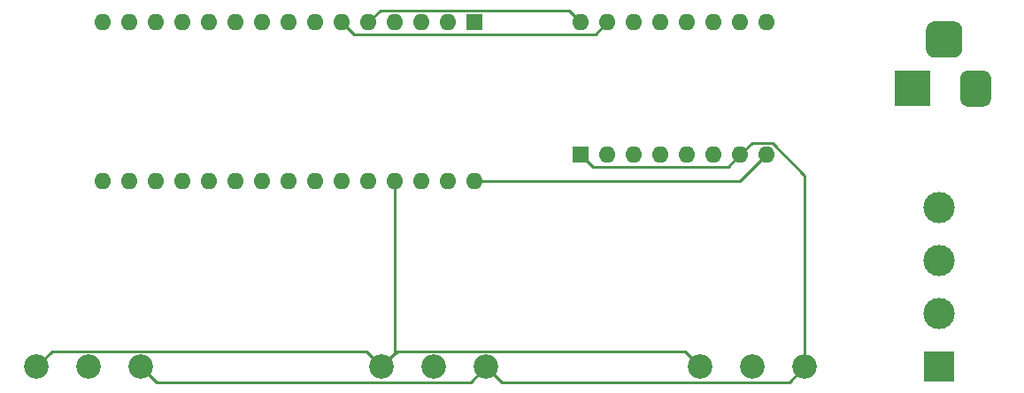
<source format=gbr>
%TF.GenerationSoftware,KiCad,Pcbnew,5.1.10-88a1d61d58~90~ubuntu20.04.1*%
%TF.CreationDate,2021-10-01T23:23:12+02:00*%
%TF.ProjectId,pcb_kicad,7063625f-6b69-4636-9164-2e6b69636164,rev?*%
%TF.SameCoordinates,Original*%
%TF.FileFunction,Copper,L2,Bot*%
%TF.FilePolarity,Positive*%
%FSLAX46Y46*%
G04 Gerber Fmt 4.6, Leading zero omitted, Abs format (unit mm)*
G04 Created by KiCad (PCBNEW 5.1.10-88a1d61d58~90~ubuntu20.04.1) date 2021-10-01 23:23:12*
%MOMM*%
%LPD*%
G01*
G04 APERTURE LIST*
%TA.AperFunction,ComponentPad*%
%ADD10C,2.340000*%
%TD*%
%TA.AperFunction,ComponentPad*%
%ADD11C,3.000000*%
%TD*%
%TA.AperFunction,ComponentPad*%
%ADD12R,3.000000X3.000000*%
%TD*%
%TA.AperFunction,ComponentPad*%
%ADD13O,1.600000X1.600000*%
%TD*%
%TA.AperFunction,ComponentPad*%
%ADD14R,1.600000X1.600000*%
%TD*%
%TA.AperFunction,ComponentPad*%
%ADD15R,3.500000X3.500000*%
%TD*%
%TA.AperFunction,Conductor*%
%ADD16C,0.250000*%
%TD*%
G04 APERTURE END LIST*
D10*
%TO.P,RV1,1*%
%TO.N,+5V*%
X72390000Y-97790000D03*
%TO.P,RV1,2*%
%TO.N,Net-(Nano1-Pad19)*%
X77390000Y-97790000D03*
%TO.P,RV1,3*%
%TO.N,GND*%
X82390000Y-97790000D03*
%TD*%
%TO.P,RV3,1*%
%TO.N,+5V*%
X135890000Y-97790000D03*
%TO.P,RV3,2*%
%TO.N,Net-(Nano1-Pad21)*%
X140890000Y-97790000D03*
%TO.P,RV3,3*%
%TO.N,GND*%
X145890000Y-97790000D03*
%TD*%
%TO.P,RV2,1*%
%TO.N,+5V*%
X105410000Y-97790000D03*
%TO.P,RV2,2*%
%TO.N,Net-(Nano1-Pad20)*%
X110410000Y-97790000D03*
%TO.P,RV2,3*%
%TO.N,GND*%
X115410000Y-97790000D03*
%TD*%
D11*
%TO.P,J2,4*%
%TO.N,Net-(Driver1-Pad6)*%
X158750000Y-82550000D03*
D12*
%TO.P,J2,1*%
%TO.N,Net-(Driver1-Pad3)*%
X158750000Y-97790000D03*
D11*
%TO.P,J2,3*%
%TO.N,Net-(Driver1-Pad5)*%
X158750000Y-87630000D03*
%TO.P,J2,2*%
%TO.N,Net-(Driver1-Pad4)*%
X158750000Y-92710000D03*
%TD*%
D13*
%TO.P,Nano1,16*%
%TO.N,N/C*%
X78740000Y-80010000D03*
%TO.P,Nano1,15*%
X78740000Y-64770000D03*
%TO.P,Nano1,30*%
%TO.N,+12V*%
X114300000Y-80010000D03*
%TO.P,Nano1,14*%
%TO.N,N/C*%
X81280000Y-64770000D03*
%TO.P,Nano1,29*%
%TO.N,GND*%
X111760000Y-80010000D03*
%TO.P,Nano1,13*%
%TO.N,N/C*%
X83820000Y-64770000D03*
%TO.P,Nano1,28*%
X109220000Y-80010000D03*
%TO.P,Nano1,12*%
X86360000Y-64770000D03*
%TO.P,Nano1,27*%
%TO.N,+5V*%
X106680000Y-80010000D03*
%TO.P,Nano1,11*%
%TO.N,N/C*%
X88900000Y-64770000D03*
%TO.P,Nano1,26*%
X104140000Y-80010000D03*
%TO.P,Nano1,10*%
X91440000Y-64770000D03*
%TO.P,Nano1,25*%
X101600000Y-80010000D03*
%TO.P,Nano1,9*%
X93980000Y-64770000D03*
%TO.P,Nano1,24*%
X99060000Y-80010000D03*
%TO.P,Nano1,8*%
X96520000Y-64770000D03*
%TO.P,Nano1,23*%
X96520000Y-80010000D03*
%TO.P,Nano1,7*%
%TO.N,Net-(Driver1-Pad9)*%
X99060000Y-64770000D03*
%TO.P,Nano1,22*%
%TO.N,N/C*%
X93980000Y-80010000D03*
%TO.P,Nano1,6*%
%TO.N,Net-(Driver1-Pad15)*%
X101600000Y-64770000D03*
%TO.P,Nano1,21*%
%TO.N,Net-(Nano1-Pad21)*%
X91440000Y-80010000D03*
%TO.P,Nano1,5*%
%TO.N,Net-(Driver1-Pad16)*%
X104140000Y-64770000D03*
%TO.P,Nano1,20*%
%TO.N,Net-(Nano1-Pad20)*%
X88900000Y-80010000D03*
%TO.P,Nano1,4*%
%TO.N,GND*%
X106680000Y-64770000D03*
%TO.P,Nano1,19*%
%TO.N,Net-(Nano1-Pad19)*%
X86360000Y-80010000D03*
%TO.P,Nano1,3*%
%TO.N,N/C*%
X109220000Y-64770000D03*
%TO.P,Nano1,18*%
X83820000Y-80010000D03*
%TO.P,Nano1,2*%
X111760000Y-64770000D03*
%TO.P,Nano1,17*%
X81280000Y-80010000D03*
D14*
%TO.P,Nano1,1*%
X114300000Y-64770000D03*
%TD*%
%TO.P,J1,3*%
%TO.N,N/C*%
%TA.AperFunction,ComponentPad*%
G36*
G01*
X160960000Y-65545000D02*
X160960000Y-67295000D01*
G75*
G02*
X160085000Y-68170000I-875000J0D01*
G01*
X158335000Y-68170000D01*
G75*
G02*
X157460000Y-67295000I0J875000D01*
G01*
X157460000Y-65545000D01*
G75*
G02*
X158335000Y-64670000I875000J0D01*
G01*
X160085000Y-64670000D01*
G75*
G02*
X160960000Y-65545000I0J-875000D01*
G01*
G37*
%TD.AperFunction*%
%TO.P,J1,2*%
%TO.N,GND*%
%TA.AperFunction,ComponentPad*%
G36*
G01*
X163710000Y-70120000D02*
X163710000Y-72120000D01*
G75*
G02*
X162960000Y-72870000I-750000J0D01*
G01*
X161460000Y-72870000D01*
G75*
G02*
X160710000Y-72120000I0J750000D01*
G01*
X160710000Y-70120000D01*
G75*
G02*
X161460000Y-69370000I750000J0D01*
G01*
X162960000Y-69370000D01*
G75*
G02*
X163710000Y-70120000I0J-750000D01*
G01*
G37*
%TD.AperFunction*%
D15*
%TO.P,J1,1*%
%TO.N,+12V*%
X156210000Y-71120000D03*
%TD*%
D13*
%TO.P,Driver1,16*%
%TO.N,Net-(Driver1-Pad16)*%
X124460000Y-64770000D03*
%TO.P,Driver1,8*%
%TO.N,+12V*%
X142240000Y-77470000D03*
%TO.P,Driver1,15*%
%TO.N,Net-(Driver1-Pad15)*%
X127000000Y-64770000D03*
%TO.P,Driver1,7*%
%TO.N,GND*%
X139700000Y-77470000D03*
%TO.P,Driver1,14*%
%TO.N,Net-(Driver1-Pad13)*%
X129540000Y-64770000D03*
%TO.P,Driver1,6*%
%TO.N,Net-(Driver1-Pad6)*%
X137160000Y-77470000D03*
%TO.P,Driver1,13*%
%TO.N,Net-(Driver1-Pad13)*%
X132080000Y-64770000D03*
%TO.P,Driver1,5*%
%TO.N,Net-(Driver1-Pad5)*%
X134620000Y-77470000D03*
%TO.P,Driver1,12*%
%TO.N,N/C*%
X134620000Y-64770000D03*
%TO.P,Driver1,4*%
%TO.N,Net-(Driver1-Pad4)*%
X132080000Y-77470000D03*
%TO.P,Driver1,11*%
%TO.N,N/C*%
X137160000Y-64770000D03*
%TO.P,Driver1,3*%
%TO.N,Net-(Driver1-Pad3)*%
X129540000Y-77470000D03*
%TO.P,Driver1,10*%
%TO.N,N/C*%
X139700000Y-64770000D03*
%TO.P,Driver1,2*%
%TO.N,+5V*%
X127000000Y-77470000D03*
%TO.P,Driver1,9*%
%TO.N,Net-(Driver1-Pad9)*%
X142240000Y-64770000D03*
D14*
%TO.P,Driver1,1*%
%TO.N,GND*%
X124460000Y-77470000D03*
%TD*%
D16*
%TO.N,Net-(Driver1-Pad16)*%
X105265001Y-63644999D02*
X104140000Y-64770000D01*
X123334999Y-63644999D02*
X105265001Y-63644999D01*
X124460000Y-64770000D02*
X123334999Y-63644999D01*
%TO.N,+12V*%
X139700000Y-80010000D02*
X142240000Y-77470000D01*
X114300000Y-80010000D02*
X139700000Y-80010000D01*
%TO.N,Net-(Driver1-Pad15)*%
X125874999Y-65895001D02*
X127000000Y-64770000D01*
X102725001Y-65895001D02*
X125874999Y-65895001D01*
X101600000Y-64770000D02*
X102725001Y-65895001D01*
%TO.N,GND*%
X138574999Y-78595001D02*
X139700000Y-77470000D01*
X125585001Y-78595001D02*
X138574999Y-78595001D01*
X124460000Y-77470000D02*
X125585001Y-78595001D01*
X145890000Y-79454998D02*
X145890000Y-97790000D01*
X142780001Y-76344999D02*
X145890000Y-79454998D01*
X140825001Y-76344999D02*
X142780001Y-76344999D01*
X139700000Y-77470000D02*
X140825001Y-76344999D01*
X116905001Y-99285001D02*
X115410000Y-97790000D01*
X144394999Y-99285001D02*
X116905001Y-99285001D01*
X145890000Y-97790000D02*
X144394999Y-99285001D01*
X83885001Y-99285001D02*
X82390000Y-97790000D01*
X113914999Y-99285001D02*
X83885001Y-99285001D01*
X115410000Y-97790000D02*
X113914999Y-99285001D01*
%TO.N,+5V*%
X106680000Y-96520000D02*
X105410000Y-97790000D01*
X106680000Y-80010000D02*
X106680000Y-96520000D01*
X103914999Y-96294999D02*
X73885001Y-96294999D01*
X73885001Y-96294999D02*
X72390000Y-97790000D01*
X105410000Y-97790000D02*
X103914999Y-96294999D01*
X134394999Y-96294999D02*
X135890000Y-97790000D01*
X106905001Y-96294999D02*
X134394999Y-96294999D01*
X105410000Y-97790000D02*
X106905001Y-96294999D01*
%TD*%
M02*

</source>
